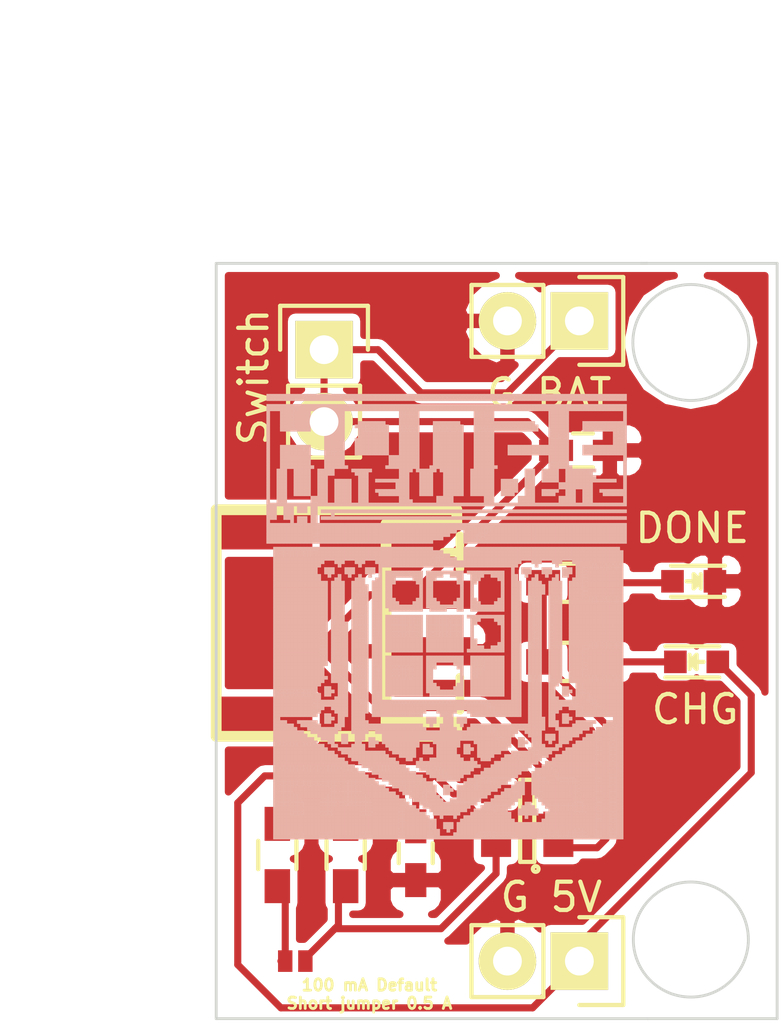
<source format=kicad_pcb>
(kicad_pcb (version 4) (host pcbnew 4.0.0-rc1-stable)
  (title_block (title NodeMcuBackpackLipo) (date 2015-11-10) (rev 1.0) (company "The inventors House") (comment 1 Wero1414))
  (layers (0 F.Cu signal) (31 B.Cu signal) (34 B.Paste user) (35 F.Paste user) (36 B.SilkS user) (37 F.SilkS user) (38 B.Mask user) (39 F.Mask user) (44 Edge.Cuts user))
  (net 0 "")
  (net 1 /VBUS)
  (net 2 GND)
  (net 3 /VBat)
  (net 4 "Net-(D1-Pad1)")
  (net 5 "Net-(D2-Pad2)")
  (net 6 "Net-(R1-Pad1)")
  (net 7 "Net-(R3-Pad2)")
  (net 8 "Net-(R4-Pad2)")
  (module Capacitors_SMD:C_0603_HandSoldering (layer F.Cu) (at 134.0485 116.078 270)
    (fp_text reference C1 hide)
    (fp_text value 10uF hide)
    (pad 1 smd rect (at -0.95 0 270) (size 1.2 0.75) (layers F.Cu F.Paste F.Mask) (net 1 /VBUS))
    (pad 2 smd rect (at 0.95 0 270) (size 1.2 0.75) (layers F.Cu F.Paste F.Mask) (net 2 GND))
  )
  (module Capacitors_SMD:C_0603_HandSoldering (layer F.Cu) (at 139.954 101.854)
    (fp_text reference C2 hide)
    (fp_text value 10uF hide)
    (pad 1 smd rect (at -0.95 0) (size 1.2 0.75) (layers F.Cu F.Paste F.Mask) (net 3 /VBat))
    (pad 2 smd rect (at 0.95 0) (size 1.2 0.75) (layers F.Cu F.Paste F.Mask) (net 2 GND))
  )
  (module LEDs:LED-0603 (layer F.Cu) (at 143.9672 109.3216)
    (fp_text reference D1 hide)
    (fp_text value CHG (at -0.0508 1.6764) (layer F.SilkS))
    (pad 2 smd rect (at 0.7493 0 180) (size 0.79756 0.79756) (layers F.Cu F.Paste F.Mask) (net 1 /VBUS))
    (pad 1 smd rect (at -0.7493 0 180) (size 0.79756 0.79756) (layers F.Cu F.Paste F.Mask) (net 4 "Net-(D1-Pad1)"))
  )
  (module LEDs:LED-0603 (layer F.Cu) (at 143.8656 106.4768 180)
    (fp_text reference D2 hide)
    (fp_text value DONE (at 0.0508 1.8796 180) (layer F.SilkS))
    (pad 2 smd rect (at 0.7493 0) (size 0.79756 0.79756) (layers F.Cu F.Paste F.Mask) (net 5 "Net-(D2-Pad2)"))
    (pad 1 smd rect (at -0.7493 0) (size 0.79756 0.79756) (layers F.Cu F.Paste F.Mask) (net 2 GND))
  )
  (module Pin_Headers:Pin_Header_Straight_1x02 (layer F.Cu) (at 130.81 98.298)
    (fp_text reference P1 hide)
    (fp_text value Switch (at -2.4892 0.9652 90) (layer F.SilkS))
    (pad 1 thru_hole rect (at 0 0) (size 2.032 2.032) (drill 1.016) (layers *.Cu *.Mask F.SilkS) (net 3 /VBat))
    (pad 2 thru_hole oval (at 0 2.54) (size 2.032 2.032) (drill 1.016) (layers *.Cu *.Mask F.SilkS) (net 3 /VBat))
  )
  (module Pin_Headers:Pin_Header_Straight_1x02 (layer F.Cu) (at 139.827 97.282 270)
    (fp_text reference P2 hide)
    (fp_text value "G BAT" (at 2.5654 1.0668 360) (layer F.SilkS))
    (pad 1 thru_hole rect (at 0 0 270) (size 2.032 2.032) (drill 1.016) (layers *.Cu *.Mask F.SilkS) (net 3 /VBat))
    (pad 2 thru_hole oval (at 0 2.54 270) (size 2.032 2.032) (drill 1.016) (layers *.Cu *.Mask F.SilkS) (net 2 GND))
  )
  (module open-project:CONN_JST-2_SMD (layer F.Cu) (at 127 107.95 270)
    (fp_text reference P3 hide)
    (fp_text value Battery hide)
    (fp_text user - (at 2.49936 -8.49884 270) (layer F.SilkS) (effects (font (thickness 0.3048))))
    (fp_text user + (at -2.49936 -8.49884 270) (layer F.SilkS) (effects (font (thickness 0.3048))))
    (pad "" smd rect (at -3.34772 -1.69926 270) (size 1.4986 3.39598) (layers F.Cu F.Paste F.Mask))
    (pad 1 smd rect (at -0.99822 -7.24916 270) (size 0.99568 3.49758) (layers F.Cu F.Paste F.Mask) (net 3 /VBat))
    (pad 2 smd rect (at 0.99822 -7.24916 270) (size 0.99568 3.49758) (layers F.Cu F.Paste F.Mask) (net 2 GND))
    (pad "" smd rect (at 3.34772 -1.69926 270) (size 1.4986 3.39598) (layers F.Cu F.Paste F.Mask))
  )
  (module Pin_Headers:Pin_Header_Straight_1x02 (layer F.Cu) (at 139.827 119.888 270)
    (fp_text reference P4 hide)
    (fp_text value "G 5V" (at -2.2606 0.9906 360) (layer F.SilkS))
    (pad 1 thru_hole rect (at 0 0 270) (size 2.032 2.032) (drill 1.016) (layers *.Cu *.Mask F.SilkS) (net 1 /VBUS))
    (pad 2 thru_hole oval (at 0 2.54 270) (size 2.032 2.032) (drill 1.016) (layers *.Cu *.Mask F.SilkS) (net 2 GND))
  )
  (module Resistors_SMD:R_0603_HandSoldering (layer F.Cu) (at 139.6492 109.3216)
    (fp_text reference R1 hide)
    (fp_text value 1K hide)
    (pad 1 smd rect (at -1.1 0) (size 1.2 0.9) (layers F.Cu F.Paste F.Mask) (net 6 "Net-(R1-Pad1)"))
    (pad 2 smd rect (at 1.1 0) (size 1.2 0.9) (layers F.Cu F.Paste F.Mask) (net 4 "Net-(D1-Pad1)"))
  )
  (module Resistors_SMD:R_0603_HandSoldering (layer F.Cu) (at 139.6492 106.5276)
    (fp_text reference R2 hide)
    (fp_text value 1K hide)
    (pad 1 smd rect (at -1.1 0) (size 1.2 0.9) (layers F.Cu F.Paste F.Mask) (net 6 "Net-(R1-Pad1)"))
    (pad 2 smd rect (at 1.1 0) (size 1.2 0.9) (layers F.Cu F.Paste F.Mask) (net 5 "Net-(D2-Pad2)"))
  )
  (module Resistors_SMD:R_0603_HandSoldering (layer F.Cu) (at 131.572 116.1415 270)
    (fp_text reference R3 hide)
    (fp_text value 10K hide)
    (pad 1 smd rect (at -1.1 0 270) (size 1.2 0.9) (layers F.Cu F.Paste F.Mask) (net 2 GND))
    (pad 2 smd rect (at 1.1 0 270) (size 1.2 0.9) (layers F.Cu F.Paste F.Mask) (net 7 "Net-(R3-Pad2)"))
  )
  (module Resistors_SMD:R_0603_HandSoldering (layer F.Cu) (at 129.159 116.1415 270)
    (fp_text reference R4 hide)
    (fp_text value 2.5K hide)
    (pad 1 smd rect (at -1.1 0 270) (size 1.2 0.9) (layers F.Cu F.Paste F.Mask) (net 2 GND))
    (pad 2 smd rect (at 1.1 0 270) (size 1.2 0.9) (layers F.Cu F.Paste F.Mask) (net 8 "Net-(R4-Pad2)"))
  )
  (module open-project:S_JUMPER_2 (layer F.Cu) (at 129.794 119.888 180)
    (fp_text reference SJ1 hide)
    (fp_text value Solder_jumper hide)
    (pad 1 smd rect (at -0.3556 0 180) (size 0.508 0.762) (layers F.Cu F.Paste F.Mask) (net 7 "Net-(R3-Pad2)") (clearance 0.2032))
    (pad 2 smd rect (at 0.3556 0 180) (size 0.508 0.762) (layers F.Cu F.Paste F.Mask) (net 8 "Net-(R4-Pad2)") (clearance 0.2032))
  )
  (module Housings_SOT-23_SOT-143_TSOT-6:SOT-23-5 (layer F.Cu) (at 137.9855 114.935 180)
    (fp_text reference U1 hide)
    (fp_text value MCP73831 hide)
    (pad 1 smd rect (at -1.1 -0.95 180) (size 1.06 0.65) (layers F.Cu F.Paste F.Mask) (net 6 "Net-(R1-Pad1)"))
    (pad 2 smd rect (at -1.1 0 180) (size 1.06 0.65) (layers F.Cu F.Paste F.Mask) (net 2 GND))
    (pad 3 smd rect (at -1.1 0.95 180) (size 1.06 0.65) (layers F.Cu F.Paste F.Mask) (net 3 /VBat))
    (pad 4 smd rect (at 1.1 0.95 180) (size 1.06 0.65) (layers F.Cu F.Paste F.Mask) (net 1 /VBUS))
    (pad 5 smd rect (at 1.1 -0.95 180) (size 1.06 0.65) (layers F.Cu F.Paste F.Mask) (net 7 "Net-(R3-Pad2)"))
  )
  (module mdo:LOGO (layer B.Cu) (at 128.778 115.824)
    (fp_text reference LOGO hide)
    (fp_text value "" (at 0 0) (layer B.SilkS) (effects (justify mirror)))
  )
  (gr_text "100 mA Default\nShort jumper 0.5 A" (at 132.4102 121.0564) (layer F.SilkS) (effects (font (size 0.4 0.4) (thickness 0.1))))
  (gr_circle (center 143.764 119.126) (end 145.796 119.126) (layer Edge.Cuts) (width 0.1))
  (gr_line (start 146.812 121.92) (end 142.24 121.92) (angle 90) (layer Edge.Cuts) (width 0.1))
  (gr_line (start 141.986 95.25) (end 146.812 95.25) (angle 90) (layer Edge.Cuts) (width 0.1))
  (gr_circle (center 143.764 98.044) (end 145.796 97.79) (layer Edge.Cuts) (width 0.1))
  (gr_line (start 127 121.92) (end 127 95.25) (angle 90) (layer Edge.Cuts) (width 0.1))
  (gr_line (start 142.24 121.92) (end 127 121.92) (angle 90) (layer Edge.Cuts) (width 0.1))
  (gr_line (start 146.812 95.25) (end 146.812 121.92) (angle 90) (layer Edge.Cuts) (width 0.1))
  (gr_line (start 127 95.25) (end 142.24 95.25) (angle 90) (layer Edge.Cuts) (width 0.1))
  (segment (start 134.0485 115.128) (end 134.0485 113.9571) (width 0.25) (layer F.Cu) (net 1))
  (segment (start 134.6581 113.3475) (end 134.747 113.3475) (width 0.25) (layer F.Cu) (net 1))
  (segment (start 134.0485 113.9571) (end 134.6581 113.3475) (width 0.25) (layer F.Cu) (net 1))
  (segment (start 139.827 119.888) (end 139.827 119.3038) (width 0.25) (layer F.Cu) (net 1))
  (segment (start 139.827 119.3038) (end 145.8976 113.2332) (width 0.25) (layer F.Cu) (net 1))
  (segment (start 145.8976 110.5027) (end 144.7165 109.3216) (width 0.25) (layer F.Cu) (net 1))
  (segment (start 145.8976 113.2332) (end 145.8976 110.5027) (width 0.25) (layer F.Cu) (net 1))
  (segment (start 136.8855 113.985) (end 135.3845 113.985) (width 0.25) (layer F.Cu) (net 1))
  (segment (start 138.176 121.539) (end 139.827 119.888) (width 0.25) (layer F.Cu) (net 1))
  (segment (start 129.286 121.539) (end 138.176 121.539) (width 0.25) (layer F.Cu) (net 1))
  (segment (start 127.762 120.015) (end 129.286 121.539) (width 0.25) (layer F.Cu) (net 1))
  (segment (start 127.762 114.3) (end 127.762 120.015) (width 0.25) (layer F.Cu) (net 1))
  (segment (start 128.7145 113.3475) (end 127.762 114.3) (width 0.25) (layer F.Cu) (net 1))
  (segment (start 134.747 113.3475) (end 128.7145 113.3475) (width 0.25) (layer F.Cu) (net 1))
  (segment (start 135.3845 113.985) (end 134.747 113.3475) (width 0.25) (layer F.Cu) (net 1))
  (segment (start 136.8855 114.257) (end 136.8855 113.985) (width 0.25) (layer F.Cu) (net 1))
  (segment (start 139.827 118.999) (end 139.827 119.888) (width 0.25) (layer F.Cu) (net 1))
  (segment (start 134.0485 117.028) (end 134.1145 117.028) (width 0.25) (layer F.Cu) (net 2))
  (segment (start 139.0855 113.985) (end 139.0855 113.6855) (width 0.25) (layer F.Cu) (net 3))
  (segment (start 139.0855 113.6855) (end 136.3345 110.9345) (width 0.25) (layer F.Cu) (net 3))
  (segment (start 136.3345 110.9345) (end 133.1595 110.9345) (width 0.25) (layer F.Cu) (net 3))
  (segment (start 133.1595 110.9345) (end 133.096 110.871) (width 0.25) (layer F.Cu) (net 3))
  (segment (start 133.096 110.871) (end 132.715 110.871) (width 0.25) (layer F.Cu) (net 3))
  (segment (start 132.715 110.871) (end 131.0005 109.1565) (width 0.25) (layer F.Cu) (net 3))
  (segment (start 131.0005 109.1565) (end 131.0005 108.3945) (width 0.25) (layer F.Cu) (net 3))
  (segment (start 131.0005 108.3945) (end 132.44322 106.95178) (width 0.25) (layer F.Cu) (net 3))
  (segment (start 132.44322 106.95178) (end 134.24916 106.95178) (width 0.25) (layer F.Cu) (net 3))
  (segment (start 130.81 100.838) (end 130.81 98.298) (width 0.25) (layer F.Cu) (net 3))
  (segment (start 130.81 100.838) (end 137.988 100.838) (width 0.25) (layer F.Cu) (net 3))
  (segment (start 137.988 100.838) (end 139.004 101.854) (width 0.25) (layer F.Cu) (net 3))
  (segment (start 134.24916 106.95178) (end 134.24916 106.60884) (width 0.25) (layer F.Cu) (net 3))
  (segment (start 134.24916 106.60884) (end 139.004 101.854) (width 0.25) (layer F.Cu) (net 3))
  (segment (start 130.81 98.298) (end 132.715 98.298) (width 0.25) (layer F.Cu) (net 3))
  (segment (start 132.715 98.298) (end 134.239 99.822) (width 0.25) (layer F.Cu) (net 3))
  (segment (start 134.239 99.822) (end 137.287 99.822) (width 0.25) (layer F.Cu) (net 3))
  (segment (start 137.287 99.822) (end 139.827 97.282) (width 0.25) (layer F.Cu) (net 3))
  (segment (start 143.2179 109.3216) (end 140.7492 109.3216) (width 0.25) (layer F.Cu) (net 4))
  (segment (start 140.7492 106.5276) (end 143.0655 106.5276) (width 0.25) (layer F.Cu) (net 5))
  (segment (start 143.0655 106.5276) (end 143.1163 106.4768) (width 0.25) (layer F.Cu) (net 5))
  (segment (start 138.5492 106.5276) (end 138.5492 109.3216) (width 0.25) (layer F.Cu) (net 6))
  (segment (start 138.5492 109.3216) (end 140.7668 111.5392) (width 0.25) (layer F.Cu) (net 6))
  (segment (start 140.7668 111.5392) (end 140.7668 115.57) (width 0.25) (layer F.Cu) (net 6))
  (segment (start 140.7668 115.57) (end 140.4518 115.885) (width 0.25) (layer F.Cu) (net 6))
  (segment (start 140.4518 115.885) (end 139.0855 115.885) (width 0.25) (layer F.Cu) (net 6))
  (segment (start 131.191 118.745) (end 134.9375 118.745) (width 0.25) (layer F.Cu) (net 7))
  (segment (start 136.8855 116.797) (end 136.8855 115.885) (width 0.25) (layer F.Cu) (net 7))
  (segment (start 134.9375 118.745) (end 136.8855 116.797) (width 0.25) (layer F.Cu) (net 7))
  (segment (start 130.1496 119.888) (end 130.1496 119.7864) (width 0.25) (layer F.Cu) (net 7))
  (segment (start 130.1496 119.7864) (end 131.191 118.745) (width 0.25) (layer F.Cu) (net 7))
  (segment (start 131.191 118.745) (end 131.318 118.618) (width 0.25) (layer F.Cu) (net 7))
  (segment (start 131.318 118.618) (end 131.318 117.4955) (width 0.25) (layer F.Cu) (net 7))
  (segment (start 131.318 117.4955) (end 131.572 117.2415) (width 0.25) (layer F.Cu) (net 7))
  (segment (start 129.4384 119.888) (end 129.4384 117.5209) (width 0.25) (layer F.Cu) (net 8))
  (segment (start 129.4384 117.5209) (end 129.159 117.2415) (width 0.25) (layer F.Cu) (net 8))
  (segment (start 129.4384 119.888) (end 129.286 119.888) (width 0.25) (layer F.Cu) (net 8))
  (zone (net 2) (net_name GND) (layer F.Cu) (connect_pads (clearance 0.254)) (min_thickness 0.254) (fill yes (arc_segments 16) (thermal_gap 0.508) (thermal_bridge_width 0.508))
    (polygon (pts (xy 146.812 121.92) (xy 127 121.92) (xy 127 95.25) (xy 146.812 95.25) (xy 146.812 121.92)))
  )
)
</source>
